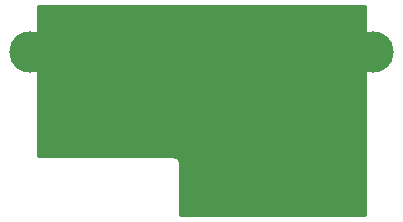
<source format=gtl>
G04 #@! TF.GenerationSoftware,KiCad,Pcbnew,(5.1.0)-1*
G04 #@! TF.CreationDate,2019-09-23T13:55:02-04:00*
G04 #@! TF.ProjectId,RGBMount,5247424d-6f75-46e7-942e-6b696361645f,rev?*
G04 #@! TF.SameCoordinates,Original*
G04 #@! TF.FileFunction,Copper,L1,Top*
G04 #@! TF.FilePolarity,Positive*
%FSLAX46Y46*%
G04 Gerber Fmt 4.6, Leading zero omitted, Abs format (unit mm)*
G04 Created by KiCad (PCBNEW (5.1.0)-1) date 2019-09-23 13:55:02*
%MOMM*%
%LPD*%
G04 APERTURE LIST*
%ADD10C,3.500000*%
%ADD11C,0.250000*%
%ADD12C,0.254000*%
G04 APERTURE END LIST*
D10*
X100000000Y-98500000D03*
X129000000Y-98500000D03*
D11*
X101500000Y-97000000D02*
X100350010Y-98149990D01*
X108000000Y-97000000D02*
X101500000Y-97000000D01*
X127500000Y-97000000D02*
X128649990Y-98149990D01*
X108000000Y-97000000D02*
X127500000Y-97000000D01*
D12*
G36*
X128340001Y-99967581D02*
G01*
X128340000Y-112340000D01*
X112660000Y-112340000D01*
X112660000Y-108032418D01*
X112663193Y-108000000D01*
X112650450Y-107870617D01*
X112612710Y-107746207D01*
X112551425Y-107631550D01*
X112468948Y-107531052D01*
X112368450Y-107448575D01*
X112253793Y-107387290D01*
X112129383Y-107349550D01*
X112032419Y-107340000D01*
X112000000Y-107336807D01*
X111967581Y-107340000D01*
X100660000Y-107340000D01*
X100660000Y-94660000D01*
X128340000Y-94660000D01*
X128340001Y-99967581D01*
X128340001Y-99967581D01*
G37*
X128340001Y-99967581D02*
X128340000Y-112340000D01*
X112660000Y-112340000D01*
X112660000Y-108032418D01*
X112663193Y-108000000D01*
X112650450Y-107870617D01*
X112612710Y-107746207D01*
X112551425Y-107631550D01*
X112468948Y-107531052D01*
X112368450Y-107448575D01*
X112253793Y-107387290D01*
X112129383Y-107349550D01*
X112032419Y-107340000D01*
X112000000Y-107336807D01*
X111967581Y-107340000D01*
X100660000Y-107340000D01*
X100660000Y-94660000D01*
X128340000Y-94660000D01*
X128340001Y-99967581D01*
M02*

</source>
